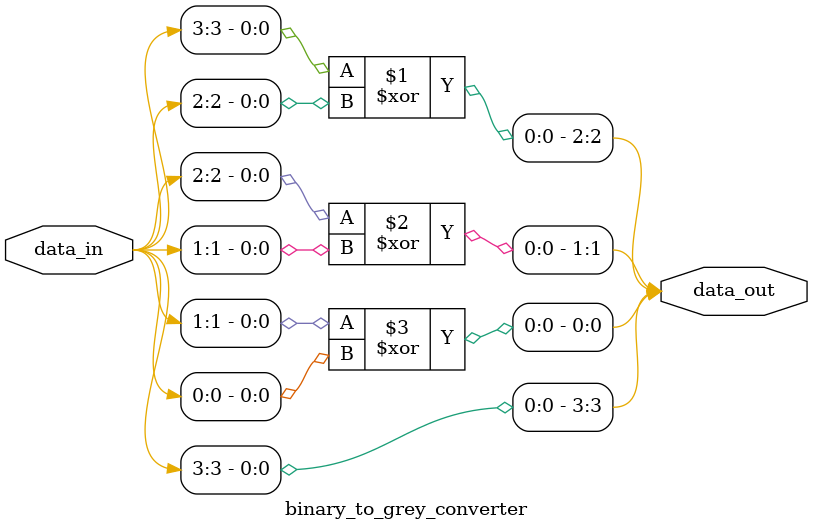
<source format=v>
module binary_to_grey_converter(data_in,data_out);
	input [3:0] data_in;
	output [3:0]data_out;


assign data_out[3] = data_in[3];
assign data_out[2] = data_in[3] ^ data_in[2];
assign data_out[1] = data_in[2] ^ data_in[1];
assign data_out[0] = data_in[1] ^ data_in[0];

endmodule

</source>
